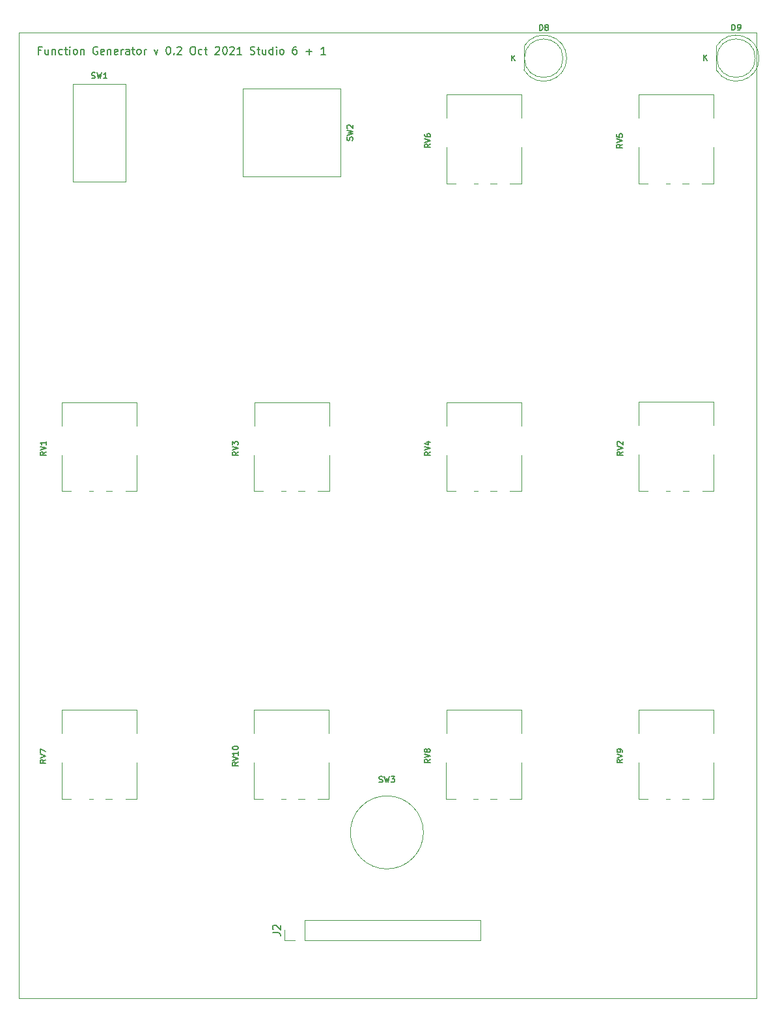
<source format=gbr>
%TF.GenerationSoftware,KiCad,Pcbnew,(5.1.9)-1*%
%TF.CreationDate,2021-10-01T12:29:47+01:00*%
%TF.ProjectId,KOSMOS Function Generator,4b4f534d-4f53-4204-9675-6e6374696f6e,rev?*%
%TF.SameCoordinates,Original*%
%TF.FileFunction,Legend,Top*%
%TF.FilePolarity,Positive*%
%FSLAX46Y46*%
G04 Gerber Fmt 4.6, Leading zero omitted, Abs format (unit mm)*
G04 Created by KiCad (PCBNEW (5.1.9)-1) date 2021-10-01 12:29:47*
%MOMM*%
%LPD*%
G01*
G04 APERTURE LIST*
%ADD10C,0.150000*%
%TA.AperFunction,Profile*%
%ADD11C,0.050000*%
%TD*%
%ADD12C,0.120000*%
G04 APERTURE END LIST*
D10*
X22330476Y-18978571D02*
X21997142Y-18978571D01*
X21997142Y-19502380D02*
X21997142Y-18502380D01*
X22473333Y-18502380D01*
X23282857Y-18835714D02*
X23282857Y-19502380D01*
X22854285Y-18835714D02*
X22854285Y-19359523D01*
X22901904Y-19454761D01*
X22997142Y-19502380D01*
X23140000Y-19502380D01*
X23235238Y-19454761D01*
X23282857Y-19407142D01*
X23759047Y-18835714D02*
X23759047Y-19502380D01*
X23759047Y-18930952D02*
X23806666Y-18883333D01*
X23901904Y-18835714D01*
X24044761Y-18835714D01*
X24140000Y-18883333D01*
X24187619Y-18978571D01*
X24187619Y-19502380D01*
X25092380Y-19454761D02*
X24997142Y-19502380D01*
X24806666Y-19502380D01*
X24711428Y-19454761D01*
X24663809Y-19407142D01*
X24616190Y-19311904D01*
X24616190Y-19026190D01*
X24663809Y-18930952D01*
X24711428Y-18883333D01*
X24806666Y-18835714D01*
X24997142Y-18835714D01*
X25092380Y-18883333D01*
X25378095Y-18835714D02*
X25759047Y-18835714D01*
X25520952Y-18502380D02*
X25520952Y-19359523D01*
X25568571Y-19454761D01*
X25663809Y-19502380D01*
X25759047Y-19502380D01*
X26092380Y-19502380D02*
X26092380Y-18835714D01*
X26092380Y-18502380D02*
X26044761Y-18550000D01*
X26092380Y-18597619D01*
X26140000Y-18550000D01*
X26092380Y-18502380D01*
X26092380Y-18597619D01*
X26711428Y-19502380D02*
X26616190Y-19454761D01*
X26568571Y-19407142D01*
X26520952Y-19311904D01*
X26520952Y-19026190D01*
X26568571Y-18930952D01*
X26616190Y-18883333D01*
X26711428Y-18835714D01*
X26854285Y-18835714D01*
X26949523Y-18883333D01*
X26997142Y-18930952D01*
X27044761Y-19026190D01*
X27044761Y-19311904D01*
X26997142Y-19407142D01*
X26949523Y-19454761D01*
X26854285Y-19502380D01*
X26711428Y-19502380D01*
X27473333Y-18835714D02*
X27473333Y-19502380D01*
X27473333Y-18930952D02*
X27520952Y-18883333D01*
X27616190Y-18835714D01*
X27759047Y-18835714D01*
X27854285Y-18883333D01*
X27901904Y-18978571D01*
X27901904Y-19502380D01*
X29663809Y-18550000D02*
X29568571Y-18502380D01*
X29425714Y-18502380D01*
X29282857Y-18550000D01*
X29187619Y-18645238D01*
X29140000Y-18740476D01*
X29092380Y-18930952D01*
X29092380Y-19073809D01*
X29140000Y-19264285D01*
X29187619Y-19359523D01*
X29282857Y-19454761D01*
X29425714Y-19502380D01*
X29520952Y-19502380D01*
X29663809Y-19454761D01*
X29711428Y-19407142D01*
X29711428Y-19073809D01*
X29520952Y-19073809D01*
X30520952Y-19454761D02*
X30425714Y-19502380D01*
X30235238Y-19502380D01*
X30140000Y-19454761D01*
X30092380Y-19359523D01*
X30092380Y-18978571D01*
X30140000Y-18883333D01*
X30235238Y-18835714D01*
X30425714Y-18835714D01*
X30520952Y-18883333D01*
X30568571Y-18978571D01*
X30568571Y-19073809D01*
X30092380Y-19169047D01*
X30997142Y-18835714D02*
X30997142Y-19502380D01*
X30997142Y-18930952D02*
X31044761Y-18883333D01*
X31140000Y-18835714D01*
X31282857Y-18835714D01*
X31378095Y-18883333D01*
X31425714Y-18978571D01*
X31425714Y-19502380D01*
X32282857Y-19454761D02*
X32187619Y-19502380D01*
X31997142Y-19502380D01*
X31901904Y-19454761D01*
X31854285Y-19359523D01*
X31854285Y-18978571D01*
X31901904Y-18883333D01*
X31997142Y-18835714D01*
X32187619Y-18835714D01*
X32282857Y-18883333D01*
X32330476Y-18978571D01*
X32330476Y-19073809D01*
X31854285Y-19169047D01*
X32759047Y-19502380D02*
X32759047Y-18835714D01*
X32759047Y-19026190D02*
X32806666Y-18930952D01*
X32854285Y-18883333D01*
X32949523Y-18835714D01*
X33044761Y-18835714D01*
X33806666Y-19502380D02*
X33806666Y-18978571D01*
X33759047Y-18883333D01*
X33663809Y-18835714D01*
X33473333Y-18835714D01*
X33378095Y-18883333D01*
X33806666Y-19454761D02*
X33711428Y-19502380D01*
X33473333Y-19502380D01*
X33378095Y-19454761D01*
X33330476Y-19359523D01*
X33330476Y-19264285D01*
X33378095Y-19169047D01*
X33473333Y-19121428D01*
X33711428Y-19121428D01*
X33806666Y-19073809D01*
X34140000Y-18835714D02*
X34520952Y-18835714D01*
X34282857Y-18502380D02*
X34282857Y-19359523D01*
X34330476Y-19454761D01*
X34425714Y-19502380D01*
X34520952Y-19502380D01*
X34997142Y-19502380D02*
X34901904Y-19454761D01*
X34854285Y-19407142D01*
X34806666Y-19311904D01*
X34806666Y-19026190D01*
X34854285Y-18930952D01*
X34901904Y-18883333D01*
X34997142Y-18835714D01*
X35140000Y-18835714D01*
X35235238Y-18883333D01*
X35282857Y-18930952D01*
X35330476Y-19026190D01*
X35330476Y-19311904D01*
X35282857Y-19407142D01*
X35235238Y-19454761D01*
X35140000Y-19502380D01*
X34997142Y-19502380D01*
X35759047Y-19502380D02*
X35759047Y-18835714D01*
X35759047Y-19026190D02*
X35806666Y-18930952D01*
X35854285Y-18883333D01*
X35949523Y-18835714D01*
X36044761Y-18835714D01*
X37044761Y-18835714D02*
X37282857Y-19502380D01*
X37520952Y-18835714D01*
X38854285Y-18502380D02*
X38949523Y-18502380D01*
X39044761Y-18550000D01*
X39092380Y-18597619D01*
X39140000Y-18692857D01*
X39187619Y-18883333D01*
X39187619Y-19121428D01*
X39140000Y-19311904D01*
X39092380Y-19407142D01*
X39044761Y-19454761D01*
X38949523Y-19502380D01*
X38854285Y-19502380D01*
X38759047Y-19454761D01*
X38711428Y-19407142D01*
X38663809Y-19311904D01*
X38616190Y-19121428D01*
X38616190Y-18883333D01*
X38663809Y-18692857D01*
X38711428Y-18597619D01*
X38759047Y-18550000D01*
X38854285Y-18502380D01*
X39616190Y-19407142D02*
X39663809Y-19454761D01*
X39616190Y-19502380D01*
X39568571Y-19454761D01*
X39616190Y-19407142D01*
X39616190Y-19502380D01*
X40044761Y-18597619D02*
X40092380Y-18550000D01*
X40187619Y-18502380D01*
X40425714Y-18502380D01*
X40520952Y-18550000D01*
X40568571Y-18597619D01*
X40616190Y-18692857D01*
X40616190Y-18788095D01*
X40568571Y-18930952D01*
X39997142Y-19502380D01*
X40616190Y-19502380D01*
X41997142Y-18502380D02*
X42187619Y-18502380D01*
X42282857Y-18550000D01*
X42378095Y-18645238D01*
X42425714Y-18835714D01*
X42425714Y-19169047D01*
X42378095Y-19359523D01*
X42282857Y-19454761D01*
X42187619Y-19502380D01*
X41997142Y-19502380D01*
X41901904Y-19454761D01*
X41806666Y-19359523D01*
X41759047Y-19169047D01*
X41759047Y-18835714D01*
X41806666Y-18645238D01*
X41901904Y-18550000D01*
X41997142Y-18502380D01*
X43282857Y-19454761D02*
X43187619Y-19502380D01*
X42997142Y-19502380D01*
X42901904Y-19454761D01*
X42854285Y-19407142D01*
X42806666Y-19311904D01*
X42806666Y-19026190D01*
X42854285Y-18930952D01*
X42901904Y-18883333D01*
X42997142Y-18835714D01*
X43187619Y-18835714D01*
X43282857Y-18883333D01*
X43568571Y-18835714D02*
X43949523Y-18835714D01*
X43711428Y-18502380D02*
X43711428Y-19359523D01*
X43759047Y-19454761D01*
X43854285Y-19502380D01*
X43949523Y-19502380D01*
X44997142Y-18597619D02*
X45044761Y-18550000D01*
X45140000Y-18502380D01*
X45378095Y-18502380D01*
X45473333Y-18550000D01*
X45520952Y-18597619D01*
X45568571Y-18692857D01*
X45568571Y-18788095D01*
X45520952Y-18930952D01*
X44949523Y-19502380D01*
X45568571Y-19502380D01*
X46187619Y-18502380D02*
X46282857Y-18502380D01*
X46378095Y-18550000D01*
X46425714Y-18597619D01*
X46473333Y-18692857D01*
X46520952Y-18883333D01*
X46520952Y-19121428D01*
X46473333Y-19311904D01*
X46425714Y-19407142D01*
X46378095Y-19454761D01*
X46282857Y-19502380D01*
X46187619Y-19502380D01*
X46092380Y-19454761D01*
X46044761Y-19407142D01*
X45997142Y-19311904D01*
X45949523Y-19121428D01*
X45949523Y-18883333D01*
X45997142Y-18692857D01*
X46044761Y-18597619D01*
X46092380Y-18550000D01*
X46187619Y-18502380D01*
X46901904Y-18597619D02*
X46949523Y-18550000D01*
X47044761Y-18502380D01*
X47282857Y-18502380D01*
X47378095Y-18550000D01*
X47425714Y-18597619D01*
X47473333Y-18692857D01*
X47473333Y-18788095D01*
X47425714Y-18930952D01*
X46854285Y-19502380D01*
X47473333Y-19502380D01*
X48425714Y-19502380D02*
X47854285Y-19502380D01*
X48140000Y-19502380D02*
X48140000Y-18502380D01*
X48044761Y-18645238D01*
X47949523Y-18740476D01*
X47854285Y-18788095D01*
X49568571Y-19454761D02*
X49711428Y-19502380D01*
X49949523Y-19502380D01*
X50044761Y-19454761D01*
X50092380Y-19407142D01*
X50140000Y-19311904D01*
X50140000Y-19216666D01*
X50092380Y-19121428D01*
X50044761Y-19073809D01*
X49949523Y-19026190D01*
X49759047Y-18978571D01*
X49663809Y-18930952D01*
X49616190Y-18883333D01*
X49568571Y-18788095D01*
X49568571Y-18692857D01*
X49616190Y-18597619D01*
X49663809Y-18550000D01*
X49759047Y-18502380D01*
X49997142Y-18502380D01*
X50140000Y-18550000D01*
X50425714Y-18835714D02*
X50806666Y-18835714D01*
X50568571Y-18502380D02*
X50568571Y-19359523D01*
X50616190Y-19454761D01*
X50711428Y-19502380D01*
X50806666Y-19502380D01*
X51568571Y-18835714D02*
X51568571Y-19502380D01*
X51140000Y-18835714D02*
X51140000Y-19359523D01*
X51187619Y-19454761D01*
X51282857Y-19502380D01*
X51425714Y-19502380D01*
X51520952Y-19454761D01*
X51568571Y-19407142D01*
X52473333Y-19502380D02*
X52473333Y-18502380D01*
X52473333Y-19454761D02*
X52378095Y-19502380D01*
X52187619Y-19502380D01*
X52092380Y-19454761D01*
X52044761Y-19407142D01*
X51997142Y-19311904D01*
X51997142Y-19026190D01*
X52044761Y-18930952D01*
X52092380Y-18883333D01*
X52187619Y-18835714D01*
X52378095Y-18835714D01*
X52473333Y-18883333D01*
X52949523Y-19502380D02*
X52949523Y-18835714D01*
X52949523Y-18502380D02*
X52901904Y-18550000D01*
X52949523Y-18597619D01*
X52997142Y-18550000D01*
X52949523Y-18502380D01*
X52949523Y-18597619D01*
X53568571Y-19502380D02*
X53473333Y-19454761D01*
X53425714Y-19407142D01*
X53378095Y-19311904D01*
X53378095Y-19026190D01*
X53425714Y-18930952D01*
X53473333Y-18883333D01*
X53568571Y-18835714D01*
X53711428Y-18835714D01*
X53806666Y-18883333D01*
X53854285Y-18930952D01*
X53901904Y-19026190D01*
X53901904Y-19311904D01*
X53854285Y-19407142D01*
X53806666Y-19454761D01*
X53711428Y-19502380D01*
X53568571Y-19502380D01*
X55520952Y-18502380D02*
X55330476Y-18502380D01*
X55235238Y-18550000D01*
X55187619Y-18597619D01*
X55092380Y-18740476D01*
X55044761Y-18930952D01*
X55044761Y-19311904D01*
X55092380Y-19407142D01*
X55139999Y-19454761D01*
X55235238Y-19502380D01*
X55425714Y-19502380D01*
X55520952Y-19454761D01*
X55568571Y-19407142D01*
X55616190Y-19311904D01*
X55616190Y-19073809D01*
X55568571Y-18978571D01*
X55520952Y-18930952D01*
X55425714Y-18883333D01*
X55235238Y-18883333D01*
X55139999Y-18930952D01*
X55092380Y-18978571D01*
X55044761Y-19073809D01*
X56806666Y-19121428D02*
X57568571Y-19121428D01*
X57187619Y-19502380D02*
X57187619Y-18740476D01*
X59330476Y-19502380D02*
X58759047Y-19502380D01*
X59044761Y-19502380D02*
X59044761Y-18502380D01*
X58949523Y-18645238D01*
X58854285Y-18740476D01*
X58759047Y-18788095D01*
D11*
X19430000Y-142240000D02*
X19430000Y-16680000D01*
X115400000Y-142240000D02*
X19430000Y-142240000D01*
X115400000Y-16680000D02*
X115400000Y-142240000D01*
X19430000Y-16680000D02*
X115400000Y-16680000D01*
D12*
%TO.C,RV2*%
X109810000Y-64680000D02*
X100070000Y-64680000D01*
X109810000Y-76270000D02*
X108320000Y-76270000D01*
X109810000Y-67740000D02*
X109810000Y-64680000D01*
X100060000Y-76270000D02*
X100060000Y-71550000D01*
X100070000Y-67740000D02*
X100070000Y-64680000D01*
X109810000Y-76270000D02*
X109810000Y-71550000D01*
X101250000Y-76270000D02*
X100070000Y-76270000D01*
X104150000Y-76270000D02*
X103620000Y-76270000D01*
X106600000Y-76270000D02*
X105770000Y-76270000D01*
%TO.C,D8*%
X85140000Y-18445000D02*
X85140000Y-21535000D01*
X90200000Y-19990000D02*
G75*
G03*
X90200000Y-19990000I-2500000J0D01*
G01*
X90690000Y-19989538D02*
G75*
G02*
X85140000Y-21534830I-2990000J-462D01*
G01*
X90690000Y-19990462D02*
G75*
G03*
X85140000Y-18445170I-2990000J462D01*
G01*
%TO.C,D9*%
X115220000Y-19980000D02*
G75*
G03*
X115220000Y-19980000I-2500000J0D01*
G01*
X110160000Y-18435000D02*
X110160000Y-21525000D01*
X115710000Y-19980462D02*
G75*
G03*
X110160000Y-18435170I-2990000J462D01*
G01*
X115710000Y-19979538D02*
G75*
G02*
X110160000Y-21524830I-2990000J-462D01*
G01*
%TO.C,J2*%
X54000000Y-134690000D02*
X54000000Y-133360000D01*
X55330000Y-134690000D02*
X54000000Y-134690000D01*
X56600000Y-134690000D02*
X56600000Y-132030000D01*
X56600000Y-132030000D02*
X79520000Y-132030000D01*
X56600000Y-134690000D02*
X79520000Y-134690000D01*
X79520000Y-134690000D02*
X79520000Y-132030000D01*
%TO.C,RV1*%
X34800000Y-64710000D02*
X25060000Y-64710000D01*
X34800000Y-76300000D02*
X33310000Y-76300000D01*
X34800000Y-67770000D02*
X34800000Y-64710000D01*
X25050000Y-76300000D02*
X25050000Y-71580000D01*
X25060000Y-67770000D02*
X25060000Y-64710000D01*
X34800000Y-76300000D02*
X34800000Y-71580000D01*
X26240000Y-76300000D02*
X25060000Y-76300000D01*
X29140000Y-76300000D02*
X28610000Y-76300000D01*
X31590000Y-76300000D02*
X30760000Y-76300000D01*
%TO.C,RV3*%
X56590000Y-76300000D02*
X55760000Y-76300000D01*
X54140000Y-76300000D02*
X53610000Y-76300000D01*
X51240000Y-76300000D02*
X50060000Y-76300000D01*
X59800000Y-76300000D02*
X59800000Y-71580000D01*
X50060000Y-67770000D02*
X50060000Y-64710000D01*
X50050000Y-76300000D02*
X50050000Y-71580000D01*
X59800000Y-67770000D02*
X59800000Y-64710000D01*
X59800000Y-76300000D02*
X58310000Y-76300000D01*
X59800000Y-64710000D02*
X50060000Y-64710000D01*
%TO.C,RV4*%
X81590000Y-76300000D02*
X80760000Y-76300000D01*
X79140000Y-76300000D02*
X78610000Y-76300000D01*
X76240000Y-76300000D02*
X75060000Y-76300000D01*
X84800000Y-76300000D02*
X84800000Y-71580000D01*
X75060000Y-67770000D02*
X75060000Y-64710000D01*
X75050000Y-76300000D02*
X75050000Y-71580000D01*
X84800000Y-67770000D02*
X84800000Y-64710000D01*
X84800000Y-76300000D02*
X83310000Y-76300000D01*
X84800000Y-64710000D02*
X75060000Y-64710000D01*
%TO.C,RV5*%
X106580000Y-36300000D02*
X105750000Y-36300000D01*
X104130000Y-36300000D02*
X103600000Y-36300000D01*
X101230000Y-36300000D02*
X100050000Y-36300000D01*
X109790000Y-36300000D02*
X109790000Y-31580000D01*
X100050000Y-27770000D02*
X100050000Y-24710000D01*
X100040000Y-36300000D02*
X100040000Y-31580000D01*
X109790000Y-27770000D02*
X109790000Y-24710000D01*
X109790000Y-36300000D02*
X108300000Y-36300000D01*
X109790000Y-24710000D02*
X100050000Y-24710000D01*
%TO.C,RV6*%
X84790000Y-24700000D02*
X75050000Y-24700000D01*
X84790000Y-36290000D02*
X83300000Y-36290000D01*
X84790000Y-27760000D02*
X84790000Y-24700000D01*
X75040000Y-36290000D02*
X75040000Y-31570000D01*
X75050000Y-27760000D02*
X75050000Y-24700000D01*
X84790000Y-36290000D02*
X84790000Y-31570000D01*
X76230000Y-36290000D02*
X75050000Y-36290000D01*
X79130000Y-36290000D02*
X78600000Y-36290000D01*
X81580000Y-36290000D02*
X80750000Y-36290000D01*
%TO.C,RV7*%
X31580000Y-116310000D02*
X30750000Y-116310000D01*
X29130000Y-116310000D02*
X28600000Y-116310000D01*
X26230000Y-116310000D02*
X25050000Y-116310000D01*
X34790000Y-116310000D02*
X34790000Y-111590000D01*
X25050000Y-107780000D02*
X25050000Y-104720000D01*
X25040000Y-116310000D02*
X25040000Y-111590000D01*
X34790000Y-107780000D02*
X34790000Y-104720000D01*
X34790000Y-116310000D02*
X33300000Y-116310000D01*
X34790000Y-104720000D02*
X25050000Y-104720000D01*
%TO.C,RV8*%
X84780000Y-104680000D02*
X75040000Y-104680000D01*
X84780000Y-116270000D02*
X83290000Y-116270000D01*
X84780000Y-107740000D02*
X84780000Y-104680000D01*
X75030000Y-116270000D02*
X75030000Y-111550000D01*
X75040000Y-107740000D02*
X75040000Y-104680000D01*
X84780000Y-116270000D02*
X84780000Y-111550000D01*
X76220000Y-116270000D02*
X75040000Y-116270000D01*
X79120000Y-116270000D02*
X78590000Y-116270000D01*
X81570000Y-116270000D02*
X80740000Y-116270000D01*
%TO.C,RV9*%
X109800000Y-104710000D02*
X100060000Y-104710000D01*
X109800000Y-116300000D02*
X108310000Y-116300000D01*
X109800000Y-107770000D02*
X109800000Y-104710000D01*
X100050000Y-116300000D02*
X100050000Y-111580000D01*
X100060000Y-107770000D02*
X100060000Y-104710000D01*
X109800000Y-116300000D02*
X109800000Y-111580000D01*
X101240000Y-116300000D02*
X100060000Y-116300000D01*
X104140000Y-116300000D02*
X103610000Y-116300000D01*
X106590000Y-116300000D02*
X105760000Y-116300000D01*
%TO.C,RV10*%
X56580000Y-116290000D02*
X55750000Y-116290000D01*
X54130000Y-116290000D02*
X53600000Y-116290000D01*
X51230000Y-116290000D02*
X50050000Y-116290000D01*
X59790000Y-116290000D02*
X59790000Y-111570000D01*
X50050000Y-107760000D02*
X50050000Y-104700000D01*
X50040000Y-116290000D02*
X50040000Y-111570000D01*
X59790000Y-107760000D02*
X59790000Y-104700000D01*
X59790000Y-116290000D02*
X58300000Y-116290000D01*
X59790000Y-104700000D02*
X50050000Y-104700000D01*
%TO.C,SW1*%
X33330000Y-23320000D02*
X33330000Y-23330000D01*
X26480000Y-23320000D02*
X33330000Y-23320000D01*
X26480000Y-36010000D02*
X26480000Y-23320000D01*
X33340000Y-36020000D02*
X26480000Y-36020000D01*
X33340000Y-23320000D02*
X33340000Y-36020000D01*
%TO.C,SW2*%
X61270000Y-33090000D02*
X61260000Y-33090000D01*
X61270000Y-23955000D02*
X61270000Y-35385000D01*
X48580000Y-23955000D02*
X61270000Y-23955000D01*
X48570000Y-35385000D02*
X48570000Y-23955000D01*
X61270000Y-35385000D02*
X48570000Y-35385000D01*
%TO.C,SW3*%
X72060000Y-120650000D02*
G75*
G03*
X72060000Y-120650000I-4750000J0D01*
G01*
%TD*%
%TO.C,RV2*%
D10*
X97979285Y-71146428D02*
X97622142Y-71396428D01*
X97979285Y-71575000D02*
X97229285Y-71575000D01*
X97229285Y-71289285D01*
X97265000Y-71217857D01*
X97300714Y-71182142D01*
X97372142Y-71146428D01*
X97479285Y-71146428D01*
X97550714Y-71182142D01*
X97586428Y-71217857D01*
X97622142Y-71289285D01*
X97622142Y-71575000D01*
X97229285Y-70932142D02*
X97979285Y-70682142D01*
X97229285Y-70432142D01*
X97300714Y-70217857D02*
X97265000Y-70182142D01*
X97229285Y-70110714D01*
X97229285Y-69932142D01*
X97265000Y-69860714D01*
X97300714Y-69825000D01*
X97372142Y-69789285D01*
X97443571Y-69789285D01*
X97550714Y-69825000D01*
X97979285Y-70253571D01*
X97979285Y-69789285D01*
%TO.C,D8*%
X87146428Y-16369285D02*
X87146428Y-15619285D01*
X87325000Y-15619285D01*
X87432142Y-15655000D01*
X87503571Y-15726428D01*
X87539285Y-15797857D01*
X87575000Y-15940714D01*
X87575000Y-16047857D01*
X87539285Y-16190714D01*
X87503571Y-16262142D01*
X87432142Y-16333571D01*
X87325000Y-16369285D01*
X87146428Y-16369285D01*
X88003571Y-15940714D02*
X87932142Y-15905000D01*
X87896428Y-15869285D01*
X87860714Y-15797857D01*
X87860714Y-15762142D01*
X87896428Y-15690714D01*
X87932142Y-15655000D01*
X88003571Y-15619285D01*
X88146428Y-15619285D01*
X88217857Y-15655000D01*
X88253571Y-15690714D01*
X88289285Y-15762142D01*
X88289285Y-15797857D01*
X88253571Y-15869285D01*
X88217857Y-15905000D01*
X88146428Y-15940714D01*
X88003571Y-15940714D01*
X87932142Y-15976428D01*
X87896428Y-16012142D01*
X87860714Y-16083571D01*
X87860714Y-16226428D01*
X87896428Y-16297857D01*
X87932142Y-16333571D01*
X88003571Y-16369285D01*
X88146428Y-16369285D01*
X88217857Y-16333571D01*
X88253571Y-16297857D01*
X88289285Y-16226428D01*
X88289285Y-16083571D01*
X88253571Y-16012142D01*
X88217857Y-15976428D01*
X88146428Y-15940714D01*
X83533571Y-20329285D02*
X83533571Y-19579285D01*
X83962142Y-20329285D02*
X83640714Y-19900714D01*
X83962142Y-19579285D02*
X83533571Y-20007857D01*
%TO.C,D9*%
X112166428Y-16359285D02*
X112166428Y-15609285D01*
X112345000Y-15609285D01*
X112452142Y-15645000D01*
X112523571Y-15716428D01*
X112559285Y-15787857D01*
X112595000Y-15930714D01*
X112595000Y-16037857D01*
X112559285Y-16180714D01*
X112523571Y-16252142D01*
X112452142Y-16323571D01*
X112345000Y-16359285D01*
X112166428Y-16359285D01*
X112952142Y-16359285D02*
X113095000Y-16359285D01*
X113166428Y-16323571D01*
X113202142Y-16287857D01*
X113273571Y-16180714D01*
X113309285Y-16037857D01*
X113309285Y-15752142D01*
X113273571Y-15680714D01*
X113237857Y-15645000D01*
X113166428Y-15609285D01*
X113023571Y-15609285D01*
X112952142Y-15645000D01*
X112916428Y-15680714D01*
X112880714Y-15752142D01*
X112880714Y-15930714D01*
X112916428Y-16002142D01*
X112952142Y-16037857D01*
X113023571Y-16073571D01*
X113166428Y-16073571D01*
X113237857Y-16037857D01*
X113273571Y-16002142D01*
X113309285Y-15930714D01*
X108553571Y-20319285D02*
X108553571Y-19569285D01*
X108982142Y-20319285D02*
X108660714Y-19890714D01*
X108982142Y-19569285D02*
X108553571Y-19997857D01*
%TO.C,J2*%
X52452380Y-133693333D02*
X53166666Y-133693333D01*
X53309523Y-133740952D01*
X53404761Y-133836190D01*
X53452380Y-133979047D01*
X53452380Y-134074285D01*
X52547619Y-133264761D02*
X52500000Y-133217142D01*
X52452380Y-133121904D01*
X52452380Y-132883809D01*
X52500000Y-132788571D01*
X52547619Y-132740952D01*
X52642857Y-132693333D01*
X52738095Y-132693333D01*
X52880952Y-132740952D01*
X53452380Y-133312380D01*
X53452380Y-132693333D01*
%TO.C,RV1*%
X22969285Y-71176428D02*
X22612142Y-71426428D01*
X22969285Y-71605000D02*
X22219285Y-71605000D01*
X22219285Y-71319285D01*
X22255000Y-71247857D01*
X22290714Y-71212142D01*
X22362142Y-71176428D01*
X22469285Y-71176428D01*
X22540714Y-71212142D01*
X22576428Y-71247857D01*
X22612142Y-71319285D01*
X22612142Y-71605000D01*
X22219285Y-70962142D02*
X22969285Y-70712142D01*
X22219285Y-70462142D01*
X22969285Y-69819285D02*
X22969285Y-70247857D01*
X22969285Y-70033571D02*
X22219285Y-70033571D01*
X22326428Y-70105000D01*
X22397857Y-70176428D01*
X22433571Y-70247857D01*
%TO.C,RV3*%
X47969285Y-71176428D02*
X47612142Y-71426428D01*
X47969285Y-71605000D02*
X47219285Y-71605000D01*
X47219285Y-71319285D01*
X47255000Y-71247857D01*
X47290714Y-71212142D01*
X47362142Y-71176428D01*
X47469285Y-71176428D01*
X47540714Y-71212142D01*
X47576428Y-71247857D01*
X47612142Y-71319285D01*
X47612142Y-71605000D01*
X47219285Y-70962142D02*
X47969285Y-70712142D01*
X47219285Y-70462142D01*
X47219285Y-70283571D02*
X47219285Y-69819285D01*
X47505000Y-70069285D01*
X47505000Y-69962142D01*
X47540714Y-69890714D01*
X47576428Y-69855000D01*
X47647857Y-69819285D01*
X47826428Y-69819285D01*
X47897857Y-69855000D01*
X47933571Y-69890714D01*
X47969285Y-69962142D01*
X47969285Y-70176428D01*
X47933571Y-70247857D01*
X47897857Y-70283571D01*
%TO.C,RV4*%
X72969285Y-71176428D02*
X72612142Y-71426428D01*
X72969285Y-71605000D02*
X72219285Y-71605000D01*
X72219285Y-71319285D01*
X72255000Y-71247857D01*
X72290714Y-71212142D01*
X72362142Y-71176428D01*
X72469285Y-71176428D01*
X72540714Y-71212142D01*
X72576428Y-71247857D01*
X72612142Y-71319285D01*
X72612142Y-71605000D01*
X72219285Y-70962142D02*
X72969285Y-70712142D01*
X72219285Y-70462142D01*
X72469285Y-69890714D02*
X72969285Y-69890714D01*
X72183571Y-70069285D02*
X72719285Y-70247857D01*
X72719285Y-69783571D01*
%TO.C,RV5*%
X97959285Y-31176428D02*
X97602142Y-31426428D01*
X97959285Y-31605000D02*
X97209285Y-31605000D01*
X97209285Y-31319285D01*
X97245000Y-31247857D01*
X97280714Y-31212142D01*
X97352142Y-31176428D01*
X97459285Y-31176428D01*
X97530714Y-31212142D01*
X97566428Y-31247857D01*
X97602142Y-31319285D01*
X97602142Y-31605000D01*
X97209285Y-30962142D02*
X97959285Y-30712142D01*
X97209285Y-30462142D01*
X97209285Y-29855000D02*
X97209285Y-30212142D01*
X97566428Y-30247857D01*
X97530714Y-30212142D01*
X97495000Y-30140714D01*
X97495000Y-29962142D01*
X97530714Y-29890714D01*
X97566428Y-29855000D01*
X97637857Y-29819285D01*
X97816428Y-29819285D01*
X97887857Y-29855000D01*
X97923571Y-29890714D01*
X97959285Y-29962142D01*
X97959285Y-30140714D01*
X97923571Y-30212142D01*
X97887857Y-30247857D01*
%TO.C,RV6*%
X72959285Y-31166428D02*
X72602142Y-31416428D01*
X72959285Y-31595000D02*
X72209285Y-31595000D01*
X72209285Y-31309285D01*
X72245000Y-31237857D01*
X72280714Y-31202142D01*
X72352142Y-31166428D01*
X72459285Y-31166428D01*
X72530714Y-31202142D01*
X72566428Y-31237857D01*
X72602142Y-31309285D01*
X72602142Y-31595000D01*
X72209285Y-30952142D02*
X72959285Y-30702142D01*
X72209285Y-30452142D01*
X72209285Y-29880714D02*
X72209285Y-30023571D01*
X72245000Y-30095000D01*
X72280714Y-30130714D01*
X72387857Y-30202142D01*
X72530714Y-30237857D01*
X72816428Y-30237857D01*
X72887857Y-30202142D01*
X72923571Y-30166428D01*
X72959285Y-30095000D01*
X72959285Y-29952142D01*
X72923571Y-29880714D01*
X72887857Y-29845000D01*
X72816428Y-29809285D01*
X72637857Y-29809285D01*
X72566428Y-29845000D01*
X72530714Y-29880714D01*
X72495000Y-29952142D01*
X72495000Y-30095000D01*
X72530714Y-30166428D01*
X72566428Y-30202142D01*
X72637857Y-30237857D01*
%TO.C,RV7*%
X22959285Y-111186428D02*
X22602142Y-111436428D01*
X22959285Y-111615000D02*
X22209285Y-111615000D01*
X22209285Y-111329285D01*
X22245000Y-111257857D01*
X22280714Y-111222142D01*
X22352142Y-111186428D01*
X22459285Y-111186428D01*
X22530714Y-111222142D01*
X22566428Y-111257857D01*
X22602142Y-111329285D01*
X22602142Y-111615000D01*
X22209285Y-110972142D02*
X22959285Y-110722142D01*
X22209285Y-110472142D01*
X22209285Y-110293571D02*
X22209285Y-109793571D01*
X22959285Y-110115000D01*
%TO.C,RV8*%
X72949285Y-111146428D02*
X72592142Y-111396428D01*
X72949285Y-111575000D02*
X72199285Y-111575000D01*
X72199285Y-111289285D01*
X72235000Y-111217857D01*
X72270714Y-111182142D01*
X72342142Y-111146428D01*
X72449285Y-111146428D01*
X72520714Y-111182142D01*
X72556428Y-111217857D01*
X72592142Y-111289285D01*
X72592142Y-111575000D01*
X72199285Y-110932142D02*
X72949285Y-110682142D01*
X72199285Y-110432142D01*
X72520714Y-110075000D02*
X72485000Y-110146428D01*
X72449285Y-110182142D01*
X72377857Y-110217857D01*
X72342142Y-110217857D01*
X72270714Y-110182142D01*
X72235000Y-110146428D01*
X72199285Y-110075000D01*
X72199285Y-109932142D01*
X72235000Y-109860714D01*
X72270714Y-109825000D01*
X72342142Y-109789285D01*
X72377857Y-109789285D01*
X72449285Y-109825000D01*
X72485000Y-109860714D01*
X72520714Y-109932142D01*
X72520714Y-110075000D01*
X72556428Y-110146428D01*
X72592142Y-110182142D01*
X72663571Y-110217857D01*
X72806428Y-110217857D01*
X72877857Y-110182142D01*
X72913571Y-110146428D01*
X72949285Y-110075000D01*
X72949285Y-109932142D01*
X72913571Y-109860714D01*
X72877857Y-109825000D01*
X72806428Y-109789285D01*
X72663571Y-109789285D01*
X72592142Y-109825000D01*
X72556428Y-109860714D01*
X72520714Y-109932142D01*
%TO.C,RV9*%
X97969285Y-111176428D02*
X97612142Y-111426428D01*
X97969285Y-111605000D02*
X97219285Y-111605000D01*
X97219285Y-111319285D01*
X97255000Y-111247857D01*
X97290714Y-111212142D01*
X97362142Y-111176428D01*
X97469285Y-111176428D01*
X97540714Y-111212142D01*
X97576428Y-111247857D01*
X97612142Y-111319285D01*
X97612142Y-111605000D01*
X97219285Y-110962142D02*
X97969285Y-110712142D01*
X97219285Y-110462142D01*
X97969285Y-110176428D02*
X97969285Y-110033571D01*
X97933571Y-109962142D01*
X97897857Y-109926428D01*
X97790714Y-109855000D01*
X97647857Y-109819285D01*
X97362142Y-109819285D01*
X97290714Y-109855000D01*
X97255000Y-109890714D01*
X97219285Y-109962142D01*
X97219285Y-110105000D01*
X97255000Y-110176428D01*
X97290714Y-110212142D01*
X97362142Y-110247857D01*
X97540714Y-110247857D01*
X97612142Y-110212142D01*
X97647857Y-110176428D01*
X97683571Y-110105000D01*
X97683571Y-109962142D01*
X97647857Y-109890714D01*
X97612142Y-109855000D01*
X97540714Y-109819285D01*
%TO.C,RV10*%
X47959285Y-111523571D02*
X47602142Y-111773571D01*
X47959285Y-111952142D02*
X47209285Y-111952142D01*
X47209285Y-111666428D01*
X47245000Y-111595000D01*
X47280714Y-111559285D01*
X47352142Y-111523571D01*
X47459285Y-111523571D01*
X47530714Y-111559285D01*
X47566428Y-111595000D01*
X47602142Y-111666428D01*
X47602142Y-111952142D01*
X47209285Y-111309285D02*
X47959285Y-111059285D01*
X47209285Y-110809285D01*
X47959285Y-110166428D02*
X47959285Y-110595000D01*
X47959285Y-110380714D02*
X47209285Y-110380714D01*
X47316428Y-110452142D01*
X47387857Y-110523571D01*
X47423571Y-110595000D01*
X47209285Y-109702142D02*
X47209285Y-109630714D01*
X47245000Y-109559285D01*
X47280714Y-109523571D01*
X47352142Y-109487857D01*
X47495000Y-109452142D01*
X47673571Y-109452142D01*
X47816428Y-109487857D01*
X47887857Y-109523571D01*
X47923571Y-109559285D01*
X47959285Y-109630714D01*
X47959285Y-109702142D01*
X47923571Y-109773571D01*
X47887857Y-109809285D01*
X47816428Y-109845000D01*
X47673571Y-109880714D01*
X47495000Y-109880714D01*
X47352142Y-109845000D01*
X47280714Y-109809285D01*
X47245000Y-109773571D01*
X47209285Y-109702142D01*
%TO.C,SW1*%
X28910000Y-22573571D02*
X29017142Y-22609285D01*
X29195714Y-22609285D01*
X29267142Y-22573571D01*
X29302857Y-22537857D01*
X29338571Y-22466428D01*
X29338571Y-22395000D01*
X29302857Y-22323571D01*
X29267142Y-22287857D01*
X29195714Y-22252142D01*
X29052857Y-22216428D01*
X28981428Y-22180714D01*
X28945714Y-22145000D01*
X28910000Y-22073571D01*
X28910000Y-22002142D01*
X28945714Y-21930714D01*
X28981428Y-21895000D01*
X29052857Y-21859285D01*
X29231428Y-21859285D01*
X29338571Y-21895000D01*
X29588571Y-21859285D02*
X29767142Y-22609285D01*
X29910000Y-22073571D01*
X30052857Y-22609285D01*
X30231428Y-21859285D01*
X30910000Y-22609285D02*
X30481428Y-22609285D01*
X30695714Y-22609285D02*
X30695714Y-21859285D01*
X30624285Y-21966428D01*
X30552857Y-22037857D01*
X30481428Y-22073571D01*
%TO.C,SW2*%
X62823571Y-30670000D02*
X62859285Y-30562857D01*
X62859285Y-30384285D01*
X62823571Y-30312857D01*
X62787857Y-30277142D01*
X62716428Y-30241428D01*
X62645000Y-30241428D01*
X62573571Y-30277142D01*
X62537857Y-30312857D01*
X62502142Y-30384285D01*
X62466428Y-30527142D01*
X62430714Y-30598571D01*
X62395000Y-30634285D01*
X62323571Y-30670000D01*
X62252142Y-30670000D01*
X62180714Y-30634285D01*
X62145000Y-30598571D01*
X62109285Y-30527142D01*
X62109285Y-30348571D01*
X62145000Y-30241428D01*
X62109285Y-29991428D02*
X62859285Y-29812857D01*
X62323571Y-29670000D01*
X62859285Y-29527142D01*
X62109285Y-29348571D01*
X62180714Y-29098571D02*
X62145000Y-29062857D01*
X62109285Y-28991428D01*
X62109285Y-28812857D01*
X62145000Y-28741428D01*
X62180714Y-28705714D01*
X62252142Y-28670000D01*
X62323571Y-28670000D01*
X62430714Y-28705714D01*
X62859285Y-29134285D01*
X62859285Y-28670000D01*
%TO.C,SW3*%
X66310000Y-114095571D02*
X66417142Y-114131285D01*
X66595714Y-114131285D01*
X66667142Y-114095571D01*
X66702857Y-114059857D01*
X66738571Y-113988428D01*
X66738571Y-113917000D01*
X66702857Y-113845571D01*
X66667142Y-113809857D01*
X66595714Y-113774142D01*
X66452857Y-113738428D01*
X66381428Y-113702714D01*
X66345714Y-113667000D01*
X66310000Y-113595571D01*
X66310000Y-113524142D01*
X66345714Y-113452714D01*
X66381428Y-113417000D01*
X66452857Y-113381285D01*
X66631428Y-113381285D01*
X66738571Y-113417000D01*
X66988571Y-113381285D02*
X67167142Y-114131285D01*
X67310000Y-113595571D01*
X67452857Y-114131285D01*
X67631428Y-113381285D01*
X67845714Y-113381285D02*
X68310000Y-113381285D01*
X68060000Y-113667000D01*
X68167142Y-113667000D01*
X68238571Y-113702714D01*
X68274285Y-113738428D01*
X68310000Y-113809857D01*
X68310000Y-113988428D01*
X68274285Y-114059857D01*
X68238571Y-114095571D01*
X68167142Y-114131285D01*
X67952857Y-114131285D01*
X67881428Y-114095571D01*
X67845714Y-114059857D01*
%TD*%
M02*

</source>
